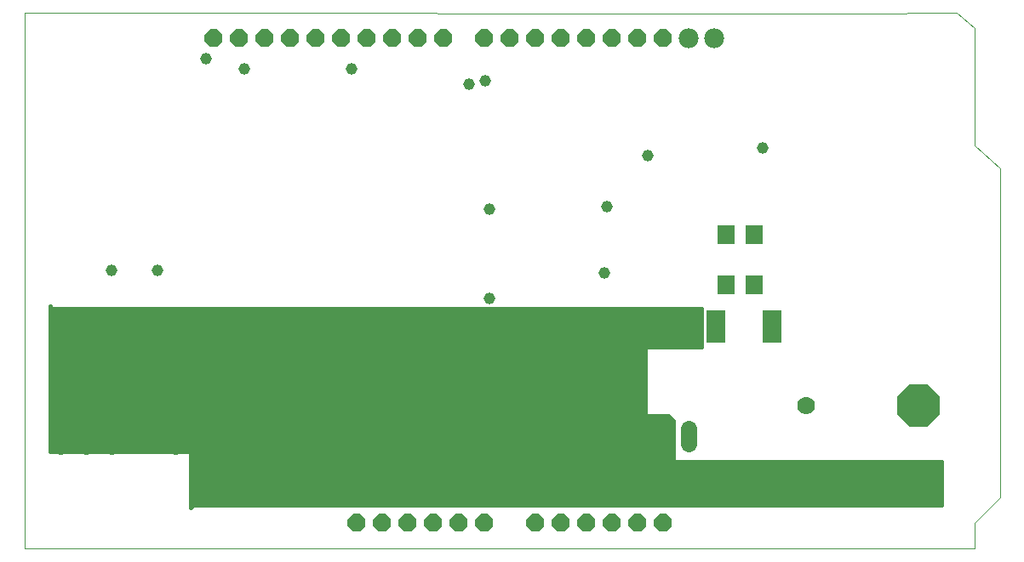
<source format=gbs>
G75*
%MOIN*%
%OFA0B0*%
%FSLAX25Y25*%
%IPPOS*%
%LPD*%
%AMOC8*
5,1,8,0,0,1.08239X$1,22.5*
%
%ADD10C,0.00000*%
%ADD11C,0.01600*%
%ADD12R,0.06699X0.07498*%
%ADD13R,0.06699X0.07487*%
%ADD14R,0.07487X0.12998*%
%ADD15OC8,0.07000*%
%ADD16C,0.07000*%
%ADD17R,0.06900X0.06900*%
%ADD18C,0.06400*%
%ADD19C,0.07800*%
%ADD20OC8,0.16800*%
%ADD21C,0.04534*%
D10*
X0005000Y0005000D02*
X0005000Y0215000D01*
X0330921Y0214701D01*
X0370000Y0215000D01*
X0377000Y0209000D01*
X0377000Y0163000D01*
X0387000Y0154000D01*
X0387000Y0025000D01*
X0377000Y0015000D01*
X0377000Y0005000D01*
X0005000Y0005000D01*
D11*
X0070000Y0021000D02*
X0071000Y0022000D01*
X0364000Y0022000D01*
X0364000Y0039000D01*
X0259000Y0039000D01*
X0259000Y0055000D01*
X0257000Y0057000D01*
X0248000Y0057000D01*
X0248000Y0084000D01*
X0270000Y0084000D01*
X0270000Y0099000D01*
X0015000Y0099000D01*
X0015000Y0100000D01*
X0015000Y0043000D01*
X0070000Y0043000D01*
X0070000Y0021000D01*
X0070000Y0021487D02*
X0070487Y0021487D01*
X0070000Y0023085D02*
X0364000Y0023085D01*
X0364000Y0024684D02*
X0070000Y0024684D01*
X0070000Y0026282D02*
X0364000Y0026282D01*
X0364000Y0027881D02*
X0070000Y0027881D01*
X0070000Y0029479D02*
X0364000Y0029479D01*
X0364000Y0031078D02*
X0070000Y0031078D01*
X0070000Y0032676D02*
X0364000Y0032676D01*
X0364000Y0034275D02*
X0070000Y0034275D01*
X0070000Y0035873D02*
X0364000Y0035873D01*
X0364000Y0037472D02*
X0070000Y0037472D01*
X0070000Y0039070D02*
X0259000Y0039070D01*
X0259000Y0040669D02*
X0070000Y0040669D01*
X0070000Y0042268D02*
X0259000Y0042268D01*
X0259000Y0043866D02*
X0015000Y0043866D01*
X0015000Y0045465D02*
X0259000Y0045465D01*
X0259000Y0047063D02*
X0015000Y0047063D01*
X0015000Y0048662D02*
X0259000Y0048662D01*
X0259000Y0050260D02*
X0015000Y0050260D01*
X0015000Y0051859D02*
X0259000Y0051859D01*
X0259000Y0053457D02*
X0015000Y0053457D01*
X0015000Y0055056D02*
X0258944Y0055056D01*
X0257346Y0056654D02*
X0015000Y0056654D01*
X0015000Y0058253D02*
X0248000Y0058253D01*
X0248000Y0059851D02*
X0015000Y0059851D01*
X0015000Y0061450D02*
X0248000Y0061450D01*
X0248000Y0063048D02*
X0015000Y0063048D01*
X0015000Y0064647D02*
X0248000Y0064647D01*
X0248000Y0066245D02*
X0015000Y0066245D01*
X0015000Y0067844D02*
X0248000Y0067844D01*
X0248000Y0069442D02*
X0015000Y0069442D01*
X0015000Y0071041D02*
X0248000Y0071041D01*
X0248000Y0072639D02*
X0015000Y0072639D01*
X0015000Y0074238D02*
X0248000Y0074238D01*
X0248000Y0075836D02*
X0015000Y0075836D01*
X0015000Y0077435D02*
X0248000Y0077435D01*
X0248000Y0079033D02*
X0015000Y0079033D01*
X0015000Y0080632D02*
X0248000Y0080632D01*
X0248000Y0082230D02*
X0015000Y0082230D01*
X0015000Y0083829D02*
X0248000Y0083829D01*
X0270000Y0085427D02*
X0015000Y0085427D01*
X0015000Y0087026D02*
X0270000Y0087026D01*
X0270000Y0088624D02*
X0015000Y0088624D01*
X0015000Y0090223D02*
X0270000Y0090223D01*
X0270000Y0091821D02*
X0015000Y0091821D01*
X0015000Y0093420D02*
X0270000Y0093420D01*
X0270000Y0095018D02*
X0015000Y0095018D01*
X0015000Y0096617D02*
X0270000Y0096617D01*
X0270000Y0098215D02*
X0015000Y0098215D01*
D12*
X0279732Y0108520D03*
X0290929Y0108520D03*
D13*
X0290701Y0128071D03*
X0279677Y0128071D03*
D14*
X0275843Y0092189D03*
X0297890Y0092189D03*
D15*
X0255000Y0015000D03*
X0245000Y0015000D03*
X0235000Y0015000D03*
X0225000Y0015000D03*
X0215000Y0015000D03*
X0205000Y0015000D03*
X0185000Y0015000D03*
X0175000Y0015000D03*
X0165000Y0015000D03*
X0155000Y0015000D03*
X0145000Y0015000D03*
X0135000Y0015000D03*
X0139000Y0205000D03*
X0129000Y0205000D03*
X0119000Y0205000D03*
X0109000Y0205000D03*
X0099000Y0205000D03*
X0089000Y0205000D03*
X0079000Y0205000D03*
X0149000Y0205000D03*
X0159000Y0205000D03*
X0169000Y0205000D03*
X0185000Y0205000D03*
X0195000Y0205000D03*
X0205000Y0205000D03*
X0215000Y0205000D03*
X0225000Y0205000D03*
X0235000Y0205000D03*
X0245000Y0205000D03*
X0255000Y0205000D03*
D16*
X0311000Y0061000D03*
D17*
X0311000Y0031000D03*
D18*
X0265000Y0046000D02*
X0265000Y0052000D01*
X0255000Y0052000D02*
X0255000Y0046000D01*
X0245000Y0046000D02*
X0245000Y0052000D01*
X0220000Y0052000D02*
X0220000Y0046000D01*
X0210000Y0046000D02*
X0210000Y0052000D01*
X0200000Y0052000D02*
X0200000Y0046000D01*
X0174000Y0045000D02*
X0174000Y0051000D01*
X0164000Y0051000D02*
X0164000Y0045000D01*
X0154000Y0045000D02*
X0154000Y0051000D01*
X0129000Y0051000D02*
X0129000Y0045000D01*
X0119000Y0045000D02*
X0119000Y0051000D01*
X0109000Y0051000D02*
X0109000Y0045000D01*
X0084000Y0045000D02*
X0084000Y0051000D01*
X0074000Y0051000D02*
X0074000Y0045000D01*
X0064000Y0045000D02*
X0064000Y0051000D01*
X0039000Y0051000D02*
X0039000Y0045000D01*
X0029000Y0045000D02*
X0029000Y0051000D01*
X0019000Y0051000D02*
X0019000Y0045000D01*
D19*
X0265000Y0205000D03*
X0275000Y0205000D03*
D20*
X0232000Y0073000D03*
X0141000Y0072000D03*
X0051000Y0072000D03*
X0355000Y0061000D03*
X0355000Y0031000D03*
D21*
X0232000Y0113000D03*
X0187000Y0103000D03*
X0187000Y0138000D03*
X0233000Y0139000D03*
X0249000Y0159000D03*
X0294000Y0162000D03*
X0185500Y0188500D03*
X0179000Y0187000D03*
X0133000Y0193000D03*
X0091000Y0193000D03*
X0076000Y0197000D03*
X0057000Y0114000D03*
X0039000Y0114000D03*
M02*

</source>
